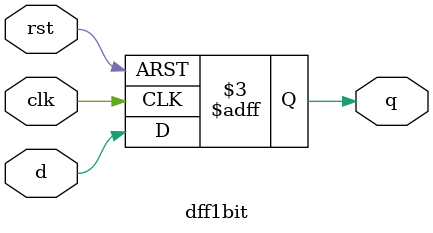
<source format=v>
`timescale 1ns / 1ps
module dff1bit(
    input d,
    input rst,
    input clk,
    output reg q
    );

	always @(posedge clk or negedge rst)
	begin
		if(!rst)
		begin
			q <= 1'b0;
		end
		else
		begin
			q <= d;
		end
	end

endmodule

</source>
